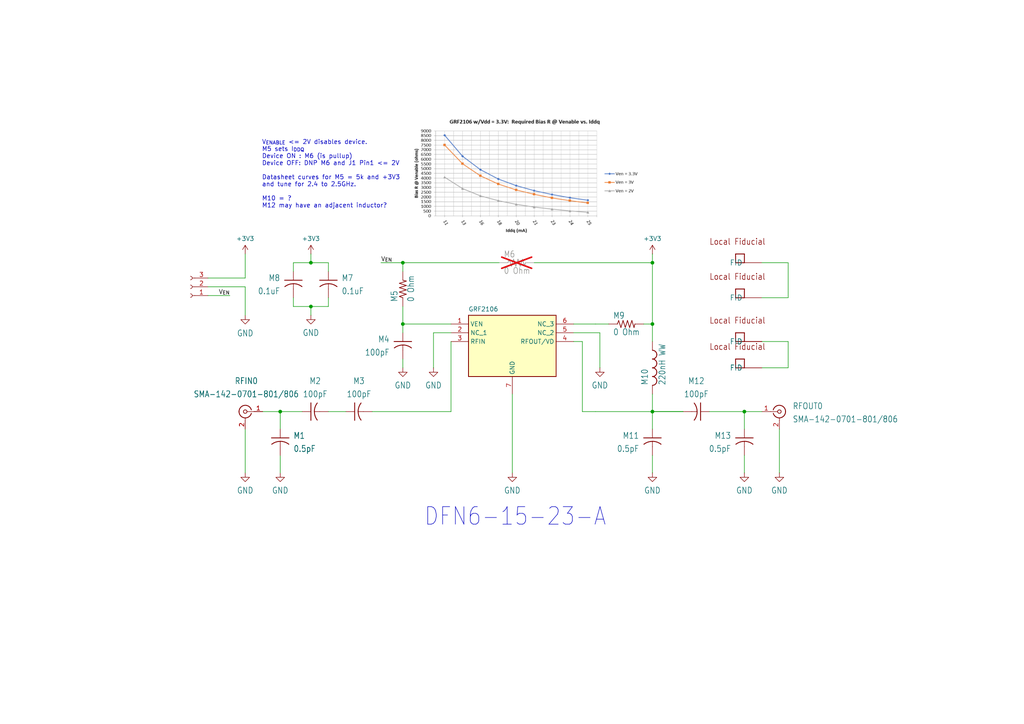
<source format=kicad_sch>
(kicad_sch (version 20250114) (generator "eeschema") (generator_version "9.0")
  (paper "A4")
  (lib_symbols
    (symbol "Connector:Conn_01x03_Socket" (pin_names (offset 1.016) (hide yes))
      (property "Reference" "J" (at 0 5.08 0))
      (property "Value" "Conn_01x03_Socket" (at 0 -5.08 0))
      (symbol "Conn_01x03_Socket_1_1"
        (polyline (pts (xy -1.27 2.54) (xy -0.508 2.54)) (stroke (width 0.1524)))
        (polyline (pts (xy -1.27 0) (xy -0.508 0)) (stroke (width 0.1524)))
        (polyline (pts (xy -1.27 -2.54) (xy -0.508 -2.54)) (stroke (width 0.1524)))
        (arc (start 0 2.032) (mid -0.5058 2.54) (end 0 3.048) (stroke (width 0.1524)))
        (arc (start 0 -0.508) (mid -0.5058 0) (end 0 0.508) (stroke (width 0.1524)))
        (arc (start 0 -3.048) (mid -0.5058 -2.54) (end 0 -2.032) (stroke (width 0.1524)))
        (pin passive line (at -5.08 2.54 0) (length 3.81) (name "Pin_1") (number "1"))
        (pin passive line (at -5.08 0 0) (length 3.81) (name "Pin_2") (number "2"))
        (pin passive line (at -5.08 -2.54 0) (length 3.81) (name "Pin_3") (number "3"))
      )
    )
    (symbol "Connector:Conn_Coaxial" (pin_names (offset 1.016) (hide yes))
      (property "Reference" "J" (at 0.254 3.048 0))
      (property "Value" "Conn_Coaxial" (at 2.921 0 90))
      (symbol "Conn_Coaxial_0_1"
        (polyline (pts (xy -2.54 0) (xy -0.508 0)))
        (arc (start 1.778 0) (mid 0.222 -1.8079) (end -1.778 -0.508) (stroke (width 0.254)))
        (arc (start -1.778 0.508) (mid 0.2221 1.8084) (end 1.778 0) (stroke (width 0.254)))
        (circle (center 0 0) (radius 0.508) (stroke (width 0.2032)))
        (polyline (pts (xy 0 -2.54) (xy 0 -1.778)))
      )
      (symbol "Conn_Coaxial_1_1"
        (pin passive line (at -5.08 0 0) (length 2.54) (name "In") (number "1"))
        (pin passive line (at 0 -5.08 90) (length 2.54) (name "Ext") (number "2"))
      )
    )
    (symbol "GRF-DFN6-15-23A-eagle-import:C-USC0402"
      (property "Reference" "C" (at 1.016 0.635 0))
      (symbol "C-USC0402_1_0"
        (polyline (pts (xy -2.54 0) (xy 2.54 0)) (stroke (width 0.254)))
        (arc (start 0 -1) (mid 1.3158 -1.2195) (end 2.4892 -1.8541) (stroke (width 0.254)))
        (arc (start -2.4668 -1.8504) (mid -1.302 -1.2303) (end 0 -1.0161) (stroke (width 0.254)))
        (polyline (pts (xy 0 -1.016) (xy 0 -2.54)) (stroke (width 0.1524)))
        (pin passive line (at 0 2.54 270) (length 2.54) (name "1") (number "1"))
        (pin passive line (at 0 -5.08 90) (length 2.54) (name "2") (number "2"))
      )
    )
    (symbol "GRF-DFN6-15-23A-eagle-import:GRF_LOCAL_FIDUCIAL"
      (symbol "GRF_LOCAL_FIDUCIAL_1_0"
        (polyline (pts (xy 0 2.54) (xy 0 0)) (stroke (width 0.254)))
        (polyline (pts (xy 0 0) (xy 2.54 0)) (stroke (width 0.254)))
        (polyline (pts (xy 2.54 2.54) (xy 0 2.54)) (stroke (width 0.254)))
        (polyline (pts (xy 2.54 0) (xy 2.54 2.54)) (stroke (width 0.254)))
        (text "Local Fiducial" (at -7.62 5.08 0) (effects (font (size 1.778 1.5113)) (justify left bottom)))
        (pin bidirectional line (at 7.62 0 180) (length 5.08) (name "FID") (number "FID"))
      )
    )
    (symbol "GRF-DFN6-15-23A-eagle-import:L-USL0402"
      (property "Reference" "L" (at -1.27 -5.08 90))
      (symbol "L-USL0402_1_0"
        (arc (start 1.27 3.81) (mid 0.898 2.912) (end 0 2.54) (stroke (width 0.254)))
        (arc (start 0 5.08) (mid 0.898 4.708) (end 1.27 3.81) (stroke (width 0.254)))
        (arc (start 1.27 1.27) (mid 0.898 0.372) (end 0 0) (stroke (width 0.254)))
        (arc (start 0 2.54) (mid 0.898 2.168) (end 1.27 1.27) (stroke (width 0.254)))
        (arc (start 1.27 -1.27) (mid 0.898 -2.168) (end 0 -2.54) (stroke (width 0.254)))
        (arc (start 0 0) (mid 0.898 -0.372) (end 1.27 -1.27) (stroke (width 0.254)))
        (arc (start 1.27 -3.81) (mid 0.898 -4.708) (end 0 -5.08) (stroke (width 0.254)))
        (arc (start 0 -2.54) (mid 0.898 -2.912) (end 1.27 -3.81) (stroke (width 0.254)))
        (pin passive line (at 0 7.62 270) (length 2.54) (name "1") (number "1"))
        (pin passive line (at 0 -7.62 90) (length 2.54) (name "2") (number "2"))
      )
    )
    (symbol "GRF-DFN6-15-23A-eagle-import:R-US_R0402"
      (property "Reference" "R" (at -3.81 1.4986 0))
      (symbol "R-US_R0402_1_0"
        (polyline (pts (xy -2.54 0) (xy -2.159 1.016)) (stroke (width 0.2032)))
        (polyline (pts (xy -2.159 1.016) (xy -1.524 -1.016)) (stroke (width 0.2032)))
        (polyline (pts (xy -1.524 -1.016) (xy -0.889 1.016)) (stroke (width 0.2032)))
        (polyline (pts (xy -0.889 1.016) (xy -0.254 -1.016)) (stroke (width 0.2032)))
        (polyline (pts (xy -0.254 -1.016) (xy 0.381 1.016)) (stroke (width 0.2032)))
        (polyline (pts (xy 0.381 1.016) (xy 1.016 -1.016)) (stroke (width 0.2032)))
        (polyline (pts (xy 1.016 -1.016) (xy 1.651 1.016)) (stroke (width 0.2032)))
        (polyline (pts (xy 1.651 1.016) (xy 2.286 -1.016)) (stroke (width 0.2032)))
        (polyline (pts (xy 2.286 -1.016) (xy 2.54 0)) (stroke (width 0.2032)))
        (pin passive line (at -5.08 0 0) (length 2.54) (name "1") (number "1"))
        (pin passive line (at 5.08 0 180) (length 2.54) (name "2") (number "2"))
      )
    )
    (symbol "GRF-DFN6-15-23A-eagle-import:RCL_C-US_GRF"
      (symbol "RCL_C-US_GRF_1_0"
        (polyline (pts (xy -2.54 0) (xy 2.54 0)) (stroke (width 0.254)))
        (arc (start 0 -1) (mid 1.3158 -1.2195) (end 2.4892 -1.8541) (stroke (width 0.254)))
        (arc (start -2.4668 -1.8504) (mid -1.302 -1.2303) (end 0 -1.0161) (stroke (width 0.254)))
        (polyline (pts (xy 0 -1.016) (xy 0 -1.0161)) (stroke (width 0.1524)))
        (polyline (pts (xy 0 -1.0161) (xy 0 -2.54)) (stroke (width 0.1524)))
        (pin passive line (at 0 2.54 270) (length 2.54) (name "1") (number "1"))
        (pin passive line (at 0 -5.08 90) (length 2.54) (name "2") (number "2"))
      )
    )
    (symbol "GRF2106:GRF2106"
      (property "Reference" "IC" (at 31.75 7.62 0))
      (property "Value" "GRF2106" (at 31.75 5.08 0))
      (symbol "GRF2106_1_1"
        (rectangle (start 5.08 2.54) (end 30.48 -15.24) (stroke (width 0.254)) (fill (type background)))
        (pin passive line (at 0 0 0) (length 5.08) (name "VEN") (number "1"))
        (pin passive line (at 0 -2.54 0) (length 5.08) (name "NC_1") (number "2"))
        (pin passive line (at 0 -5.08 0) (length 5.08) (name "RFIN") (number "3"))
        (pin passive line (at 17.78 -20.32 90) (length 5.08) (name "GND") (number "7"))
        (pin passive line (at 35.56 0 180) (length 5.08) (name "NC_3") (number "6"))
        (pin passive line (at 35.56 -2.54 180) (length 5.08) (name "NC_2") (number "5"))
        (pin passive line (at 35.56 -5.08 180) (length 5.08) (name "RFOUT/VD") (number "4"))
      )
    )
    (symbol "power:+3V3" (power) (pin_numbers (hide yes)) (pin_names (offset 0) (hide yes))
      (property "Value" "+3V3" (at 0 3.556 0))
      (symbol "+3V3_0_1"
        (polyline (pts (xy -0.762 1.27) (xy 0 2.54)))
        (polyline (pts (xy 0 2.54) (xy 0.762 1.27)))
        (polyline (pts (xy 0 0) (xy 0 2.54)))
      )
      (symbol "+3V3_1_1"
        (pin power_in line (at 0 0 90) (length 0) (name "~") (number "1"))
      )
    )
    (symbol "power:GND" (power) (pin_numbers (hide yes)) (pin_names (offset 0) (hide yes))
      (property "Value" "GND" (at 0 -3.81 0))
      (symbol "GND_0_1"
        (polyline (pts (xy 0 0) (xy 0 -1.27) (xy 1.27 -1.27) (xy 0 -2.54) (xy -1.27 -1.27) (xy 0 -1.27)))
      )
      (symbol "GND_1_1"
        (pin power_in line (at 0 0 270) (length 0) (name "~") (number "1"))
      )
    )
  )
  (text "V_{ENABLE} <= 2V disables device.\nM5 sets I_{DDQ}\nDevice ON : M6 (is pullup)\nDevice OFF: DNP M6 and J1 Pin1 <= 2V \n\nDatasheet curves for M5 = 5k and +3V3\nand tune for 2.4 to 2.5GHz.\n\nM10 = ?\nM12 may have an adjacent inductor?" (at 75.946 50.546 0) (effects (font (size 1.27 1.27)) (justify left)))
  (text "DFN6-15-23-A" (at 122.936 152.908 0) (effects (font (size 5.08 4.318)) (justify left bottom)))
  (junction (at 189.23 93.98))
  (junction (at 81.28 119.38))
  (junction (at 116.84 76.2))
  (junction (at 215.9 119.38))
  (junction (at 90.17 88.9))
  (junction (at 90.17 76.2))
  (junction (at 189.23 76.2))
  (junction (at 189.23 119.38))
  (junction (at 116.84 93.98))
  (wire (pts (xy 125.73 96.52) (xy 130.81 96.52)) (stroke (width 0.1524)))
  (wire (pts (xy 154.94 76.2) (xy 189.23 76.2)) (stroke (width 0.1524)))
  (wire (pts (xy 116.84 88.9) (xy 116.84 93.98)) (stroke (width 0.1524)))
  (wire (pts (xy 189.23 119.38) (xy 198.12 119.38)) (stroke (width 0.1524)))
  (wire (pts (xy 189.23 119.38) (xy 198.12 119.38)))
  (wire (pts (xy 220.98 86.36) (xy 228.6 86.36)) (stroke (width 0.1524)))
  (wire (pts (xy 116.84 93.98) (xy 130.81 93.98)) (stroke (width 0.1524)))
  (wire (pts (xy 215.9 119.38) (xy 215.9 124.46)) (stroke (width 0.1524)))
  (wire (pts (xy 189.23 76.2) (xy 189.23 93.98)) (stroke (width 0.1524)))
  (wire (pts (xy 116.84 76.2) (xy 144.78 76.2)) (stroke (width 0.1524)))
  (wire (pts (xy 85.09 78.74) (xy 85.09 76.2)))
  (wire (pts (xy 125.73 106.68) (xy 125.73 96.52)) (stroke (width 0.1524)))
  (wire (pts (xy 168.91 99.06) (xy 166.37 99.06)))
  (wire (pts (xy 168.91 119.38) (xy 172.72 119.38)))
  (wire (pts (xy 90.17 76.2) (xy 95.25 76.2)) (stroke (width 0.1524)))
  (wire (pts (xy 71.12 83.185) (xy 60.325 83.185)) (stroke (width 0.1524)))
  (wire (pts (xy 215.9 132.08) (xy 215.9 137.16)) (stroke (width 0.1524)))
  (wire (pts (xy 172.72 119.38) (xy 189.23 119.38)) (stroke (width 0.1524)))
  (wire (pts (xy 226.06 124.46) (xy 226.06 137.16)) (stroke (width 0.1524)))
  (wire (pts (xy 186.69 93.98) (xy 189.23 93.98)) (stroke (width 0.1524)))
  (wire (pts (xy 173.99 96.52) (xy 173.99 106.68)))
  (wire (pts (xy 116.84 106.68) (xy 116.84 104.14)))
  (wire (pts (xy 81.28 124.46) (xy 81.28 119.38)) (stroke (width 0.1524)))
  (wire (pts (xy 189.23 93.98) (xy 189.23 99.06)) (stroke (width 0.1524)))
  (wire (pts (xy 116.84 76.2) (xy 116.84 78.74)) (stroke (width 0.1524)))
  (wire (pts (xy 189.23 73.66) (xy 189.23 76.2)) (stroke (width 0.1524)))
  (wire (pts (xy 71.12 124.46) (xy 71.12 137.16)))
  (wire (pts (xy 189.23 119.38) (xy 189.23 124.46)))
  (wire (pts (xy 228.6 99.06) (xy 228.6 106.68)) (stroke (width 0.1524)))
  (wire (pts (xy 189.23 114.3) (xy 189.23 119.38)))
  (wire (pts (xy 90.17 88.9) (xy 90.17 91.44)) (stroke (width 0.1524)))
  (wire (pts (xy 228.6 76.2) (xy 228.6 86.36)) (stroke (width 0.1524)))
  (wire (pts (xy 148.59 137.16) (xy 148.59 114.3)) (stroke (width 0.1524)))
  (wire (pts (xy 220.98 76.2) (xy 228.6 76.2)) (stroke (width 0.1524)))
  (wire (pts (xy 166.37 93.98) (xy 172.72 93.98)))
  (wire (pts (xy 172.72 93.98) (xy 176.53 93.98)) (stroke (width 0.1524)))
  (wire (pts (xy 116.84 93.98) (xy 116.84 96.52)) (stroke (width 0.1524)))
  (wire (pts (xy 90.17 73.66) (xy 90.17 76.2)) (stroke (width 0.1524)))
  (wire (pts (xy 95.25 76.2) (xy 95.25 78.74)) (stroke (width 0.1524)))
  (wire (pts (xy 71.12 80.645) (xy 60.325 80.645)))
  (wire (pts (xy 205.74 119.38) (xy 215.9 119.38)) (stroke (width 0.1524)))
  (wire (pts (xy 215.9 119.38) (xy 220.98 119.38)) (stroke (width 0.1524)))
  (wire (pts (xy 95.25 86.36) (xy 95.25 88.9)) (stroke (width 0.1524)))
  (wire (pts (xy 166.37 96.52) (xy 173.99 96.52)))
  (wire (pts (xy 130.81 99.06) (xy 130.81 119.38)) (stroke (width 0.1524)))
  (wire (pts (xy 71.12 91.44) (xy 71.12 83.185)) (stroke (width 0.1524)))
  (wire (pts (xy 100.33 119.38) (xy 95.25 119.38)) (stroke (width 0.1524)))
  (wire (pts (xy 85.09 76.2) (xy 90.17 76.2)))
  (wire (pts (xy 85.09 88.9) (xy 90.17 88.9)) (stroke (width 0.1524)))
  (wire (pts (xy 66.675 85.725) (xy 60.325 85.725)))
  (wire (pts (xy 71.12 73.66) (xy 71.12 80.645)))
  (wire (pts (xy 110.49 76.2) (xy 116.84 76.2)))
  (wire (pts (xy 76.2 119.38) (xy 81.28 119.38)) (stroke (width 0.1524)))
  (wire (pts (xy 228.6 106.68) (xy 220.98 106.68)) (stroke (width 0.1524)))
  (wire (pts (xy 220.98 99.06) (xy 228.6 99.06)) (stroke (width 0.1524)))
  (wire (pts (xy 189.23 132.08) (xy 189.23 137.16)) (stroke (width 0.1524)))
  (wire (pts (xy 81.28 132.08) (xy 81.28 137.16)))
  (wire (pts (xy 90.17 88.9) (xy 95.25 88.9)) (stroke (width 0.1524)))
  (wire (pts (xy 168.91 99.06) (xy 168.91 119.38)))
  (wire (pts (xy 87.63 119.38) (xy 81.28 119.38)) (stroke (width 0.1524)))
  (wire (pts (xy 107.95 119.38) (xy 130.81 119.38)) (stroke (width 0.1524)))
  (wire (pts (xy 85.09 86.36) (xy 85.09 88.9)) (stroke (width 0.1524)))
  (image (at 152.4 50.8))
  (label "V_{EN}" (at 110.49 76.2 0))
  (label "V_{EN}" (at 66.675 85.725 180))
  (symbol (lib_id "power:GND") (at 71.12 137.16 0) (unit 1)
    (property "Reference" "#GND010" (effects (hide yes)))
    (property "Value" "GND" (at 71.12 142.24 0) (effects (font (size 1.778 1.5113))))
    (property "Description" "Power symbol creates a global label with name \"GND\" , ground" (effects (hide yes)))
  )
  (symbol (lib_id "GRF-DFN6-15-23A-eagle-import:GRF_LOCAL_FIDUCIAL") (at 213.36 106.68 0) (unit 1)
    (property "Reference" "U$3" (effects (hide yes)))
    (property "Value" "GRF_LOCAL_FIDUCIAL" (effects (hide yes)))
    (property "Footprint" "Fiducial:Fiducial_0.5mm_Mask1.5mm" (effects (hide yes)))
  )
  (symbol (lib_id "GRF-DFN6-15-23A-eagle-import:L-USL0402") (at 189.23 106.68 0) (unit 1)
    (property "Reference" "M10" (at 187.96 111.76 90) (effects (font (size 1.778 1.5113)) (justify left bottom)))
    (property "Value" "220nH WW" (at 193.04 111.76 90) (effects (font (size 1.778 1.5113)) (justify left bottom)))
    (property "Footprint" "Inductor_SMD:L_0402_1005Metric" (effects (hide yes)))
  )
  (symbol (lib_id "GRF-DFN6-15-23A-eagle-import:C-USC0402") (at 95.25 81.28 0) (unit 1)
    (property "Reference" "M7" (at 99.06 80.6196 0) (effects (font (size 1.778 1.5113)) (justify left)))
    (property "Value" "0.1uF" (at 99.06 84.4296 0) (effects (font (size 1.778 1.5113)) (justify left)))
    (property "Footprint" "Capacitor_SMD:C_0402_1005Metric" (effects (hide yes)))
  )
  (symbol (lib_id "power:GND") (at 81.28 137.16 0) (unit 1)
    (property "Reference" "#GND09" (effects (hide yes)))
    (property "Value" "GND" (at 81.28 142.24 0) (effects (font (size 1.778 1.5113))))
    (property "Description" "Power symbol creates a global label with name \"GND\" , ground" (effects (hide yes)))
  )
  (symbol (lib_id "power:GND") (at 189.23 137.16 0) (unit 1)
    (property "Reference" "#GND06" (effects (hide yes)))
    (property "Value" "GND" (at 189.23 142.24 0) (effects (font (size 1.778 1.5113))))
    (property "Description" "Power symbol creates a global label with name \"GND\" , ground" (effects (hide yes)))
  )
  (symbol (lib_id "power:GND") (at 71.12 91.44 0) (unit 1)
    (property "Reference" "#GND04" (effects (hide yes)))
    (property "Value" "GND" (at 71.12 96.646 0) (effects (font (size 1.778 1.5113))))
    (property "Description" "Power symbol creates a global label with name \"GND\" , ground" (effects (hide yes)))
  )
  (symbol (lib_id "power:+3V3") (at 71.12 73.66 0) (unit 1)
    (property "Reference" "#PWR01" (effects (hide yes)))
    (property "Value" "+3V3" (at 71.12 69.215 0))
    (property "Description" "Power symbol creates a global label with name \"+3V3\"" (effects (hide yes)))
  )
  (symbol (lib_id "Connector:Conn_01x03_Socket") (at 55.245 83.185 180) (unit 1)
    (property "Reference" "J1" (effects (hide yes)))
    (property "Value" "MOLEX_KK_HEADER_3-PIN_0.100-INCH" (effects (hide yes)))
    (property "Footprint" "Connector_PinSocket_2.54mm:PinSocket_1x03_P2.54mm_Vertical_SMD_Pin1Right" (effects (hide yes)))
    (property "Description" "Generic connector, single row, 01x03, script generated" (effects (hide yes)))
  )
  (symbol (lib_id "GRF-DFN6-15-23A-eagle-import:GRF_LOCAL_FIDUCIAL") (at 213.36 99.06 0) (unit 1)
    (property "Reference" "U$2" (effects (hide yes)))
    (property "Value" "GRF_LOCAL_FIDUCIAL" (effects (hide yes)))
    (property "Footprint" "Fiducial:Fiducial_0.5mm_Mask1.5mm" (effects (hide yes)))
  )
  (symbol (lib_id "power:GND") (at 173.99 106.68 0) (unit 1)
    (property "Reference" "#GND02" (effects (hide yes)))
    (property "Value" "GND" (at 173.99 111.76 0) (effects (font (size 1.778 1.5113))))
    (property "Description" "Power symbol creates a global label with name \"GND\" , ground" (effects (hide yes)))
  )
  (symbol (lib_id "Connector:Conn_Coaxial") (at 226.06 119.38 0) (unit 1)
    (property "Reference" "RFOUT0" (at 229.87 117.7682 0) (effects (font (size 1.778 1.5113)) (justify left)))
    (property "Value" "SMA-142-0701-801/806" (at 229.87 121.5782 0) (effects (font (size 1.778 1.5113)) (justify left)))
    (property "Footprint" "Connector_Coaxial:SMA_Molex_73251-1153_EdgeMount_Horizontal" (effects (hide yes)))
    (property "Description" "coaxial connector (BNC, SMA, SMB, SMC, Cinch/RCA, LEMO, ...)" (effects (hide yes)))
  )
  (symbol (lib_id "power:+3V3") (at 189.23 73.66 0) (unit 1)
    (property "Reference" "#PWR02" (effects (hide yes)))
    (property "Value" "+3V3" (at 189.23 69.215 0))
    (property "Description" "Power symbol creates a global label with name \"+3V3\"" (effects (hide yes)))
  )
  (symbol (lib_id "GRF-DFN6-15-23A-eagle-import:R-US_R0402") (at 116.84 83.82 90) (unit 1)
    (property "Reference" "M5" (at 115.3414 87.63 0) (effects (font (size 1.778 1.5113)) (justify left bottom)))
    (property "Value" "0 Ohm" (at 120.142 87.63 0) (effects (font (size 1.778 1.5113)) (justify left bottom)))
    (property "Footprint" "Resistor_SMD:R_0402_1005Metric" (effects (hide yes)))
  )
  (symbol (lib_id "GRF-DFN6-15-23A-eagle-import:RCL_C-US_GRF") (at 215.9 127 0) (unit 1)
    (property "Reference" "M13" (at 212.09 126.3396 0) (effects (font (size 1.778 1.5113)) (justify right)))
    (property "Value" "0.5pF" (at 212.09 130.1496 0) (effects (font (size 1.778 1.5113)) (justify right)))
    (property "Footprint" "Capacitor_SMD:C_0402_1005Metric" (effects (hide yes)))
  )
  (symbol (lib_id "power:+3V3") (at 90.17 73.66 0) (unit 1)
    (property "Reference" "#PWR03" (effects (hide yes)))
    (property "Value" "+3V3" (at 90.17 69.215 0))
    (property "Description" "Power symbol creates a global label with name \"+3V3\"" (effects (hide yes)))
  )
  (symbol (lib_id "GRF-DFN6-15-23A-eagle-import:RCL_C-US_GRF") (at 81.28 127 0) (unit 1)
    (property "Reference" "M1" (at 85.09 126.3396 0) (effects (font (size 1.778 1.5113)) (justify left)))
    (property "Value" "0.5pF" (at 85.09 130.1496 0) (effects (font (size 1.778 1.5113)) (justify left)))
    (property "Footprint" "Capacitor_SMD:C_0402_1005Metric" (effects (hide yes)))
  )
  (symbol (lib_id "power:GND") (at 226.06 137.16 0) (unit 1)
    (property "Reference" "#GND08" (effects (hide yes)))
    (property "Value" "GND" (at 226.06 142.24 0) (effects (font (size 1.778 1.5113))))
    (property "Description" "Power symbol creates a global label with name \"GND\" , ground" (effects (hide yes)))
  )
  (symbol (lib_id "GRF-DFN6-15-23A-eagle-import:R-US_R0402") (at 149.86 76.2 0) (unit 1) (dnp yes)
    (property "Reference" "M6" (at 146.05 74.7014 0) (effects (font (size 1.778 1.5113)) (justify left bottom)))
    (property "Value" "0 Ohm" (at 146.05 79.502 0) (effects (font (size 1.778 1.5113)) (justify left bottom)))
    (property "Footprint" "Resistor_SMD:R_0402_1005Metric" (effects (hide yes)))
  )
  (symbol (lib_id "Connector:Conn_Coaxial") (at 71.12 119.38 0) (mirror y) (unit 1)
    (property "Reference" "RFIN0" (at 71.4374 110.49 0) (effects (font (size 1.778 1.5113))))
    (property "Value" "SMA-142-0701-801/806" (at 71.4374 114.3 0) (effects (font (size 1.778 1.5113))))
    (property "Footprint" "Connector_Coaxial:SMA_Molex_73251-1153_EdgeMount_Horizontal" (effects (hide yes)))
    (property "Description" "coaxial connector (BNC, SMA, SMB, SMC, Cinch/RCA, LEMO, ...)" (effects (hide yes)))
  )
  (symbol (lib_id "GRF-DFN6-15-23A-eagle-import:GRF_LOCAL_FIDUCIAL") (at 213.36 86.36 0) (unit 1)
    (property "Reference" "FID@1" (effects (hide yes)))
    (property "Value" "GRF_LOCAL_FIDUCIAL" (effects (hide yes)))
    (property "Footprint" "Fiducial:Fiducial_0.5mm_Mask1.5mm" (effects (hide yes)))
  )
  (symbol (lib_id "GRF-DFN6-15-23A-eagle-import:R-US_R0402") (at 181.61 93.98 0) (unit 1)
    (property "Reference" "M9" (at 177.8 92.4814 0) (effects (font (size 1.778 1.5113)) (justify left bottom)))
    (property "Value" "0 Ohm" (at 177.8 97.282 0) (effects (font (size 1.778 1.5113)) (justify left bottom)))
    (property "Footprint" "Resistor_SMD:R_0402_1005Metric" (effects (hide yes)))
  )
  (symbol (lib_id "power:GND") (at 90.17 91.44 0) (unit 1)
    (property "Reference" "#GND05" (effects (hide yes)))
    (property "Value" "GND" (at 90.17 96.52 0) (effects (font (size 1.778 1.5113))))
    (property "Description" "Power symbol creates a global label with name \"GND\" , ground" (effects (hide yes)))
  )
  (symbol (lib_id "GRF-DFN6-15-23A-eagle-import:C-USC0402") (at 85.09 81.28 0) (unit 1)
    (property "Reference" "M8" (at 81.28 80.6196 0) (effects (font (size 1.778 1.5113)) (justify right)))
    (property "Value" "0.1uF" (at 81.28 84.4296 0) (effects (font (size 1.778 1.5113)) (justify right)))
    (property "Footprint" "Capacitor_SMD:C_0402_1005Metric" (effects (hide yes)))
  )
  (symbol (lib_id "GRF-DFN6-15-23A-eagle-import:RCL_C-US_GRF") (at 102.87 119.38 90) (unit 1)
    (property "Reference" "M3" (at 104.1146 110.49 90) (effects (font (size 1.778 1.5113))))
    (property "Value" "100pF" (at 104.1146 114.3 90) (effects (font (size 1.778 1.5113))))
    (property "Footprint" "Capacitor_SMD:C_0402_1005Metric" (effects (hide yes)))
  )
  (symbol (lib_id "GRF-DFN6-15-23A-eagle-import:RCL_C-US_GRF") (at 90.17 119.38 90) (unit 1)
    (property "Reference" "M2" (at 91.4146 110.49 90) (effects (font (size 1.778 1.5113))))
    (property "Value" "100pF" (at 91.4146 114.3 90) (effects (font (size 1.778 1.5113))))
    (property "Footprint" "Capacitor_SMD:C_0402_1005Metric" (effects (hide yes)))
  )
  (symbol (lib_id "GRF-DFN6-15-23A-eagle-import:RCL_C-US_GRF") (at 189.23 127 0) (unit 1)
    (property "Reference" "M11" (at 185.42 126.3396 0) (effects (font (size 1.778 1.5113)) (justify right)))
    (property "Value" "0.5pF" (at 185.42 130.1496 0) (effects (font (size 1.778 1.5113)) (justify right)))
    (property "Footprint" "Capacitor_SMD:C_0402_1005Metric" (effects (hide yes)))
  )
  (symbol (lib_id "power:GND") (at 116.84 106.68 0) (unit 1)
    (property "Reference" "#GND03" (effects (hide yes)))
    (property "Value" "GND" (at 116.84 111.76 0) (effects (font (size 1.778 1.5113))))
    (property "Description" "Power symbol creates a global label with name \"GND\" , ground" (effects (hide yes)))
  )
  (symbol (lib_id "GRF-DFN6-15-23A-eagle-import:RCL_C-US_GRF") (at 203.2 119.38 270) (unit 1)
    (property "Reference" "M12" (at 201.9554 110.49 90) (effects (font (size 1.778 1.5113))))
    (property "Value" "100pF" (at 201.9554 114.3 90) (effects (font (size 1.778 1.5113))))
    (property "Footprint" "Capacitor_SMD:C_0402_1005Metric" (effects (hide yes)))
  )
  (symbol (lib_id "power:GND") (at 148.59 137.16 0) (unit 1)
    (property "Reference" "#GND011" (effects (hide yes)))
    (property "Value" "GND" (at 148.59 142.24 0) (effects (font (size 1.778 1.5113))))
    (property "Description" "Power symbol creates a global label with name \"GND\" , ground" (effects (hide yes)))
  )
  (symbol (lib_id "GRF2106:GRF2106") (at 130.81 93.98 0) (unit 1)
    (property "Reference" "U1" (effects (hide yes)))
    (property "Value" "GRF2106" (at 140.208 89.662 0))
    (property "Footprint" "GRF2106:SON50P150X150X50-7N-D" (effects (hide yes)))
    (property "Description" "Broadband, Flat Gain LNA 0.4 to 5.0 GHz" (effects (hide yes)))
    (property "Height" "0.5" (effects (hide yes)))
    (property "Manufacturer_Name" "Guerrilla RF" (effects (hide yes)))
    (property "Manufacturer_Part_Number" "GRF2106" (effects (hide yes)))
    (property "Mouser Part Number" "459-GRF2106" (effects (hide yes)))
    (property "Mouser Price/Stock" "https://www.mouser.co.uk/ProductDetail/Guerrilla-RF/GRF2106?qs=j1g11T5MHkpAYPgUfO6Gtg%3D%3D" (effects (hide yes)))
  )
  (symbol (lib_id "GRF-DFN6-15-23A-eagle-import:GRF_LOCAL_FIDUCIAL") (at 213.36 76.2 0) (unit 1)
    (property "Reference" "FID0" (effects (hide yes)))
    (property "Value" "GRF_LOCAL_FIDUCIAL" (effects (hide yes)))
    (property "Footprint" "Fiducial:Fiducial_0.5mm_Mask1.5mm" (effects (hide yes)))
  )
  (symbol (lib_id "power:GND") (at 215.9 137.16 0) (unit 1)
    (property "Reference" "#GND07" (effects (hide yes)))
    (property "Value" "GND" (at 215.9 142.24 0) (effects (font (size 1.778 1.5113))))
    (property "Description" "Power symbol creates a global label with name \"GND\" , ground" (effects (hide yes)))
  )
  (symbol (lib_id "GRF-DFN6-15-23A-eagle-import:C-USC0402") (at 116.84 99.06 0) (unit 1)
    (property "Reference" "M4" (at 113.03 98.3996 0) (effects (font (size 1.778 1.5113)) (justify right)))
    (property "Value" "100pF" (at 113.03 102.2096 0) (effects (font (size 1.778 1.5113)) (justify right)))
    (property "Footprint" "Capacitor_SMD:C_0402_1005Metric" (effects (hide yes)))
  )
  (symbol (lib_id "power:GND") (at 125.73 106.68 0) (unit 1)
    (property "Reference" "#GND1" (effects (hide yes)))
    (property "Value" "GND" (at 125.73 111.76 0) (effects (font (size 1.778 1.5113))))
    (property "Description" "Power symbol creates a global label with name \"GND\" , ground" (effects (hide yes)))
  )
)
</source>
